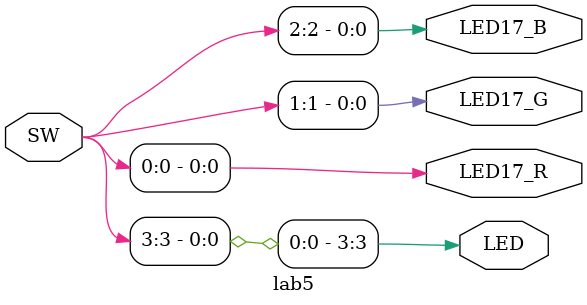
<source format=v>
`timescale 1ns / 1ps


module lab5(
    input [7:0] SW,
     output [7:0] LED, 
      output LED17_R,
       output LED17_G,
        output LED17_B
    );
    assign LED17_R = SW[0];
    assign LED17_G = SW[1];
    assign LED17_B = SW[2];
    assign LED[3] = SW[3];
endmodule

</source>
